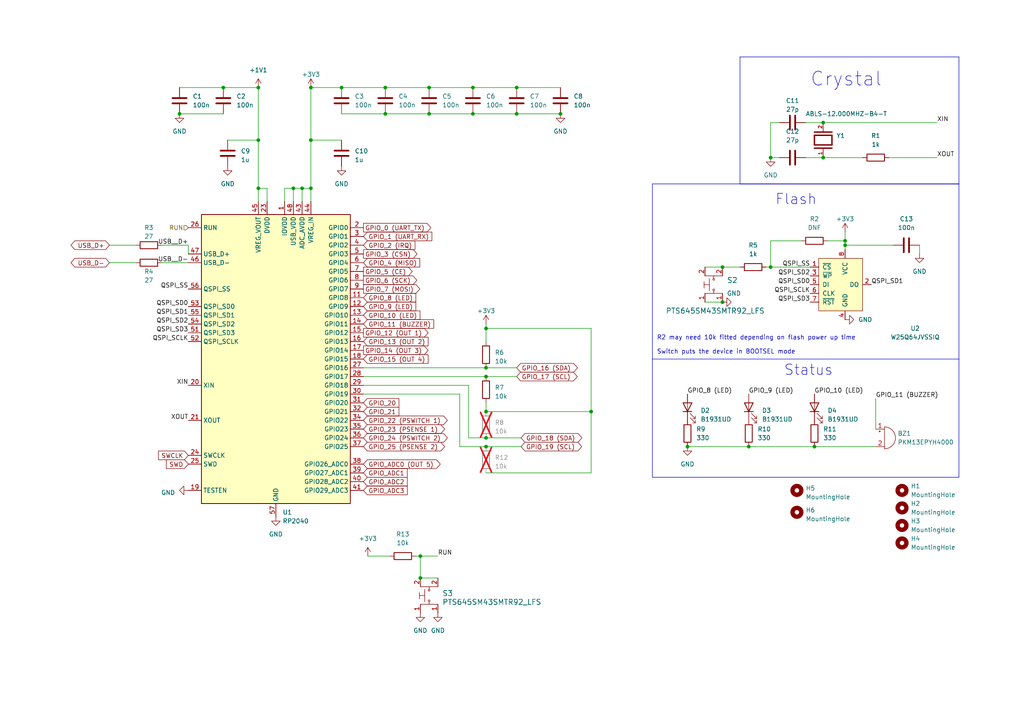
<source format=kicad_sch>
(kicad_sch (version 20230121) (generator eeschema)
  (paper "A4")
  (lib_symbols
    (symbol "+3V3_1" (power) (pin_names (offset 0))
      (property "Value" "+3V3_1" (at 0 3.556 0))
      (symbol "+3V3_1_0_1"
        (polyline (pts (xy -0.762 1.27) (xy 0 2.54)))
        (polyline (pts (xy 0 0) (xy 0 2.54)))
        (polyline (pts (xy 0 2.54) (xy 0.762 1.27)))
      )
      (symbol "+3V3_1_1_1"
        (pin power_in line (at 0 0 90) (length 0) hide (name "+3V3") (number "1"))
      )
    )
    (symbol "+3V3_2" (power) (pin_names (offset 0))
      (property "Value" "+3V3_2" (at 0 3.556 0))
      (symbol "+3V3_2_0_1"
        (polyline (pts (xy -0.762 1.27) (xy 0 2.54)))
        (polyline (pts (xy 0 0) (xy 0 2.54)))
        (polyline (pts (xy 0 2.54) (xy 0.762 1.27)))
      )
      (symbol "+3V3_2_1_1"
        (pin power_in line (at 0 0 90) (length 0) hide (name "+3V3") (number "1"))
      )
    )
    (symbol "ABLS-12.000MHZ-B4-T:ABLS-12.000MHZ-B4-T" (pin_names (offset 1.016))
      (property "Reference" "Y" (at -5.0878 3.8159 0))
      (property "Value" "ABLS-12.000MHZ-B4-T" (at -5.0944 -5.0944 0))
      (symbol "ABLS-12.000MHZ-B4-T_0_0"
        (polyline (pts (xy -2.3368 2.54) (xy -2.3368 -2.54)) (stroke (width 0.4064)))
        (polyline (pts (xy -1.397 2.54) (xy -1.397 -2.54)) (stroke (width 0.4064)))
        (polyline (pts (xy -1.397 2.54) (xy 1.397 2.54)) (stroke (width 0.4064)))
        (polyline (pts (xy 1.397 -2.54) (xy -1.397 -2.54)) (stroke (width 0.4064)))
        (polyline (pts (xy 1.397 2.54) (xy 1.397 -2.54)) (stroke (width 0.4064)))
        (polyline (pts (xy 2.3368 2.54) (xy 2.3368 -2.54)) (stroke (width 0.4064)))
        (pin passive line (at -5.08 0 0) (length 2.54) (name "~") (number "1"))
        (pin passive line (at 5.08 0 180) (length 2.54) (name "~") (number "2"))
      )
    )
    (symbol "Device:Buzzer" (pin_names (offset 0.0254) hide)
      (property "Reference" "BZ" (at 3.81 1.27 0))
      (property "Value" "Buzzer" (at 3.81 -1.27 0))
      (symbol "Buzzer_0_1"
        (arc (start 0 -3.175) (mid 3.1612 0) (end 0 3.175))
        (polyline (pts (xy -1.651 1.905) (xy -1.143 1.905)))
        (polyline (pts (xy -1.397 2.159) (xy -1.397 1.651)))
        (polyline (pts (xy 0 3.175) (xy 0 -3.175)))
      )
      (symbol "Buzzer_1_1"
        (pin passive line (at -2.54 2.54 0) (length 2.54) (name "-") (number "1"))
        (pin passive line (at -2.54 -2.54 0) (length 2.54) (name "+") (number "2"))
      )
    )
    (symbol "Device:C" (pin_numbers hide) (pin_names (offset 0.254))
      (property "Reference" "C" (at 0.635 2.54 0))
      (property "Value" "C" (at 0.635 -2.54 0))
      (symbol "C_0_1"
        (polyline (pts (xy -2.032 -0.762) (xy 2.032 -0.762)) (stroke (width 0.508)))
        (polyline (pts (xy -2.032 0.762) (xy 2.032 0.762)) (stroke (width 0.508)))
      )
      (symbol "C_1_1"
        (pin passive line (at 0 3.81 270) (length 2.794) (name "~") (number "1"))
        (pin passive line (at 0 -3.81 90) (length 2.794) (name "~") (number "2"))
      )
    )
    (symbol "Device:LED" (pin_numbers hide) (pin_names (offset 1.016) hide)
      (property "Reference" "D" (at 0 2.54 0))
      (property "Value" "LED" (at 0 -2.54 0))
      (symbol "LED_0_1"
        (polyline (pts (xy -1.27 -1.27) (xy -1.27 1.27)) (stroke (width 0.254)))
        (polyline (pts (xy -1.27 0) (xy 1.27 0)))
        (polyline (pts (xy 1.27 -1.27) (xy 1.27 1.27) (xy -1.27 0) (xy 1.27 -1.27)) (stroke (width 0.254)))
        (polyline (pts (xy -3.048 -0.762) (xy -4.572 -2.286) (xy -3.81 -2.286) (xy -4.572 -2.286) (xy -4.572 -1.524)))
        (polyline (pts (xy -1.778 -0.762) (xy -3.302 -2.286) (xy -2.54 -2.286) (xy -3.302 -2.286) (xy -3.302 -1.524)))
      )
      (symbol "LED_1_1"
        (pin passive line (at -3.81 0 0) (length 2.54) (name "K") (number "1"))
        (pin passive line (at 3.81 0 180) (length 2.54) (name "A") (number "2"))
      )
    )
    (symbol "Device:R" (pin_numbers hide) (pin_names (offset 0))
      (property "Reference" "R" (at 2.032 0 90))
      (property "Value" "R" (at 0 0 90))
      (symbol "R_0_1"
        (rectangle (start -1.016 -2.54) (end 1.016 2.54) (stroke (width 0.254)))
      )
      (symbol "R_1_1"
        (pin passive line (at 0 3.81 270) (length 1.27) (name "~") (number "1"))
        (pin passive line (at 0 -3.81 90) (length 1.27) (name "~") (number "2"))
      )
    )
    (symbol "GND_2" (power) (pin_names (offset 0))
      (property "Value" "GND_2" (at 0 -3.81 0))
      (symbol "GND_2_0_1"
        (polyline (pts (xy 0 0) (xy 0 -1.27) (xy 1.27 -1.27) (xy 0 -2.54) (xy -1.27 -1.27) (xy 0 -1.27)))
      )
      (symbol "GND_2_1_1"
        (pin power_in line (at 0 0 270) (length 0) hide (name "GND") (number "1"))
      )
    )
    (symbol "MCU_RaspberryPi:RP2040"
      (property "Reference" "U1" (at 2.0194 -44.45 0))
      (property "Value" "RP2040" (at 2.0194 -46.99 0))
      (symbol "RP2040_0_1"
        (rectangle (start -21.59 41.91) (end 21.59 -41.91) (stroke (width 0.254)) (fill (type background)))
      )
      (symbol "RP2040_1_1"
        (pin power_in line (at 2.54 45.72 270) (length 3.81) (name "IOVDD") (number "1"))
        (pin passive line (at 2.54 45.72 270) (length 3.81) hide (name "IOVDD") (number "10"))
        (pin bidirectional line (at 25.4 17.78 180) (length 3.81) (name "GPIO8") (number "11"))
        (pin bidirectional line (at 25.4 15.24 180) (length 3.81) (name "GPIO9") (number "12"))
        (pin bidirectional line (at 25.4 12.7 180) (length 3.81) (name "GPIO10") (number "13"))
        (pin bidirectional line (at 25.4 10.16 180) (length 3.81) (name "GPIO11") (number "14"))
        (pin bidirectional line (at 25.4 7.62 180) (length 3.81) (name "GPIO12") (number "15"))
        (pin bidirectional line (at 25.4 5.08 180) (length 3.81) (name "GPIO13") (number "16"))
        (pin bidirectional line (at 25.4 2.54 180) (length 3.81) (name "GPIO14") (number "17"))
        (pin bidirectional line (at 25.4 0 180) (length 3.81) (name "GPIO15") (number "18"))
        (pin input line (at -25.4 -38.1 0) (length 3.81) (name "TESTEN") (number "19"))
        (pin bidirectional line (at 25.4 38.1 180) (length 3.81) (name "GPIO0") (number "2"))
        (pin input line (at -25.4 -7.62 0) (length 3.81) (name "XIN") (number "20"))
        (pin passive line (at -25.4 -17.78 0) (length 3.81) (name "XOUT") (number "21"))
        (pin passive line (at 2.54 45.72 270) (length 3.81) hide (name "IOVDD") (number "22"))
        (pin power_in line (at -2.54 45.72 270) (length 3.81) (name "DVDD") (number "23"))
        (pin output line (at -25.4 -27.94 0) (length 3.81) (name "SWCLK") (number "24"))
        (pin bidirectional line (at -25.4 -30.48 0) (length 3.81) (name "SWD") (number "25"))
        (pin input line (at -25.4 38.1 0) (length 3.81) (name "RUN") (number "26"))
        (pin bidirectional line (at 25.4 -2.54 180) (length 3.81) (name "GPIO16") (number "27"))
        (pin bidirectional line (at 25.4 -5.08 180) (length 3.81) (name "GPIO17") (number "28"))
        (pin bidirectional line (at 25.4 -7.62 180) (length 3.81) (name "GPIO18") (number "29"))
        (pin bidirectional line (at 25.4 35.56 180) (length 3.81) (name "GPIO1") (number "3"))
        (pin bidirectional line (at 25.4 -10.16 180) (length 3.81) (name "GPIO19") (number "30"))
        (pin bidirectional line (at 25.4 -12.7 180) (length 3.81) (name "GPIO20") (number "31"))
        (pin bidirectional line (at 25.4 -15.24 180) (length 3.81) (name "GPIO21") (number "32"))
        (pin passive line (at 2.54 45.72 270) (length 3.81) hide (name "IOVDD") (number "33"))
        (pin bidirectional line (at 25.4 -17.78 180) (length 3.81) (name "GPIO22") (number "34"))
        (pin bidirectional line (at 25.4 -20.32 180) (length 3.81) (name "GPIO23") (number "35"))
        (pin bidirectional line (at 25.4 -22.86 180) (length 3.81) (name "GPIO24") (number "36"))
        (pin bidirectional line (at 25.4 -25.4 180) (length 3.81) (name "GPIO25") (number "37"))
        (pin bidirectional line (at 25.4 -30.48 180) (length 3.81) (name "GPIO26_ADC0") (number "38"))
        (pin bidirectional line (at 25.4 -33.02 180) (length 3.81) (name "GPIO27_ADC1") (number "39"))
        (pin bidirectional line (at 25.4 33.02 180) (length 3.81) (name "GPIO2") (number "4"))
        (pin bidirectional line (at 25.4 -35.56 180) (length 3.81) (name "GPIO28_ADC2") (number "40"))
        (pin bidirectional line (at 25.4 -38.1 180) (length 3.81) (name "GPIO29_ADC3") (number "41"))
        (pin passive line (at 2.54 45.72 270) (length 3.81) hide (name "IOVDD") (number "42"))
        (pin power_in line (at 7.62 45.72 270) (length 3.81) (name "ADC_AVDD") (number "43"))
        (pin power_in line (at 10.16 45.72 270) (length 3.81) (name "VREG_IN") (number "44"))
        (pin power_out line (at -5.08 45.72 270) (length 3.81) (name "VREG_VOUT") (number "45"))
        (pin bidirectional line (at -25.4 27.94 0) (length 3.81) (name "USB_D-") (number "46"))
        (pin bidirectional line (at -25.4 30.48 0) (length 3.81) (name "USB_D+") (number "47"))
        (pin power_in line (at 5.08 45.72 270) (length 3.81) (name "USB_VDD") (number "48"))
        (pin passive line (at 2.54 45.72 270) (length 3.81) hide (name "IOVDD") (number "49"))
        (pin bidirectional line (at 25.4 30.48 180) (length 3.81) (name "GPIO3") (number "5"))
        (pin passive line (at -2.54 45.72 270) (length 3.81) hide (name "DVDD") (number "50"))
        (pin bidirectional line (at -25.4 7.62 0) (length 3.81) (name "QSPI_SD3") (number "51"))
        (pin output line (at -25.4 5.08 0) (length 3.81) (name "QSPI_SCLK") (number "52"))
        (pin bidirectional line (at -25.4 15.24 0) (length 3.81) (name "QSPI_SD0") (number "53"))
        (pin bidirectional line (at -25.4 10.16 0) (length 3.81) (name "QSPI_SD2") (number "54"))
        (pin bidirectional line (at -25.4 12.7 0) (length 3.81) (name "QSPI_SD1") (number "55"))
        (pin bidirectional line (at -25.4 20.32 0) (length 3.81) (name "QSPI_SS") (number "56"))
        (pin power_in line (at 0 -45.72 90) (length 3.81) (name "GND") (number "57"))
        (pin bidirectional line (at 25.4 27.94 180) (length 3.81) (name "GPIO4") (number "6"))
        (pin bidirectional line (at 25.4 25.4 180) (length 3.81) (name "GPIO5") (number "7"))
        (pin bidirectional line (at 25.4 22.86 180) (length 3.81) (name "GPIO6") (number "8"))
        (pin bidirectional line (at 25.4 20.32 180) (length 3.81) (name "GPIO7") (number "9"))
      )
    )
    (symbol "Mechanical:MountingHole" (pin_names (offset 1.016))
      (property "Reference" "H" (at 0 5.08 0))
      (property "Value" "MountingHole" (at 0 3.175 0))
      (symbol "MountingHole_0_1"
        (circle (center 0 0) (radius 1.27) (stroke (width 1.27)))
      )
    )
    (symbol "PTS645SM43SMTR92_LFS_1" (pin_names (offset 1.016))
      (property "Reference" "S1" (at 1.27 -3.81 90))
      (property "Value" "PTS645SM43SMTR92_LFS" (at -7.62 13.97 90))
      (symbol "PTS645SM43SMTR92_LFS_1_0_1"
        (circle (center -1.524 0) (radius 0.254))
        (polyline (pts (xy -2.54 2.54) (xy -2.54 -2.54)))
        (polyline (pts (xy -1.778 0) (xy -2.54 0)))
        (polyline (pts (xy -1.778 1.27) (xy 1.778 1.27)))
        (polyline (pts (xy 2.54 -2.54) (xy 2.54 2.54)))
        (polyline (pts (xy 2.54 0) (xy 1.778 0)))
        (circle (center 1.524 0) (radius 0.254))
      )
      (symbol "PTS645SM43SMTR92_LFS_1_1_1"
        (polyline (pts (xy -1.016 2.794) (xy 0.889 2.794)))
        (polyline (pts (xy 0 2.794) (xy 0 1.27)))
        (pin passive line (at -5.08 -2.54 0) (length 2.54) (name "~") (number "1"))
        (pin passive line (at -5.08 2.54 0) (length 2.54) (name "~") (number "1"))
        (pin passive line (at 5.08 -2.54 180) (length 2.54) (name "~") (number "2"))
        (pin passive line (at 5.08 2.54 180) (length 2.54) (name "~") (number "2"))
      )
    )
    (symbol "dk_Memory:W25Q32JVSSIQ_TR" (pin_names (offset 1.016))
      (property "Reference" "U" (at -7.62 8.89 0))
      (property "Value" "W25Q32JVSSIQ_TR" (at 1.27 -8.89 0))
      (symbol "W25Q32JVSSIQ_TR_0_1"
        (rectangle (start -7.62 7.62) (end 5.08 -7.62) (fill (type background)))
      )
      (symbol "W25Q32JVSSIQ_TR_1_1"
        (pin input line (at -10.16 5.08 0) (length 2.54) (name "~{CS}") (number "1"))
        (pin output line (at 7.62 0 180) (length 2.54) (name "DO") (number "2"))
        (pin input line (at -10.16 2.54 0) (length 2.54) (name "~{WP}") (number "3"))
        (pin power_in line (at 0 -10.16 90) (length 2.54) (name "GND") (number "4"))
        (pin input line (at -10.16 0 0) (length 2.54) (name "DI") (number "5"))
        (pin input line (at -10.16 -2.54 0) (length 2.54) (name "CLK") (number "6"))
        (pin input line (at -10.16 -5.08 0) (length 2.54) (name "~{RST}") (number "7"))
        (pin power_in line (at 0 10.16 270) (length 2.54) (name "VCC") (number "8"))
      )
    )
    (symbol "dk_Tactile-Switches:PTS645SM43SMTR92_LFS" (pin_names (offset 1.016))
      (property "Reference" "S2" (at 1.27 -3.81 90))
      (property "Value" "PTS645SM43SMTR92_LFS" (at -2.54 -3.81 90))
      (symbol "PTS645SM43SMTR92_LFS_0_1"
        (circle (center -1.524 0) (radius 0.254))
        (polyline (pts (xy -2.54 2.54) (xy -2.54 -2.54)))
        (polyline (pts (xy -1.778 0) (xy -2.54 0)))
        (polyline (pts (xy -1.778 1.27) (xy 1.778 1.27)))
        (polyline (pts (xy 2.54 -2.54) (xy 2.54 2.54)))
        (polyline (pts (xy 2.54 0) (xy 1.778 0)))
        (circle (center 1.524 0) (radius 0.254))
      )
      (symbol "PTS645SM43SMTR92_LFS_1_1"
        (polyline (pts (xy -1.016 2.794) (xy 0.889 2.794)))
        (polyline (pts (xy 0 2.794) (xy 0 1.27)))
        (pin passive line (at -5.08 -2.54 0) (length 2.54) (name "~") (number "1"))
        (pin passive line (at -5.08 2.54 0) (length 2.54) (name "~") (number "1"))
        (pin passive line (at 5.08 -2.54 180) (length 2.54) (name "~") (number "2"))
        (pin passive line (at 5.08 2.54 180) (length 2.54) (name "~") (number "2"))
      )
    )
    (symbol "power:+1V1" (power) (pin_names (offset 0))
      (property "Value" "+1V1" (at 0 3.556 0))
      (symbol "+1V1_0_1"
        (polyline (pts (xy -0.762 1.27) (xy 0 2.54)))
        (polyline (pts (xy 0 0) (xy 0 2.54)))
        (polyline (pts (xy 0 2.54) (xy 0.762 1.27)))
      )
      (symbol "+1V1_1_1"
        (pin power_in line (at 0 0 90) (length 0) hide (name "+1V1") (number "1"))
      )
    )
    (symbol "power:+3V3" (power) (pin_names (offset 0))
      (property "Value" "+3V3" (at 0 3.556 0))
      (symbol "+3V3_0_1"
        (polyline (pts (xy -0.762 1.27) (xy 0 2.54)))
        (polyline (pts (xy 0 0) (xy 0 2.54)))
        (polyline (pts (xy 0 2.54) (xy 0.762 1.27)))
      )
      (symbol "+3V3_1_1"
        (pin power_in line (at 0 0 90) (length 0) hide (name "+3V3") (number "1"))
      )
    )
    (symbol "power:GND" (power) (pin_names (offset 0))
      (property "Value" "GND" (at 0 -3.81 0))
      (symbol "GND_0_1"
        (polyline (pts (xy 0 0) (xy 0 -1.27) (xy 1.27 -1.27) (xy 0 -2.54) (xy -1.27 -1.27) (xy 0 -1.27)))
      )
      (symbol "GND_1_1"
        (pin power_in line (at 0 0 270) (length 0) hide (name "GND") (number "1"))
      )
    )
  )
  (junction (at 245.11 71.12))
  (junction (at 140.97 109.22))
  (junction (at 121.92 167.64))
  (junction (at 149.86 25.4))
  (junction (at 124.46 33.02))
  (junction (at 140.97 95.25))
  (junction (at 74.93 25.4))
  (junction (at 162.56 33.02))
  (junction (at 52.07 33.02))
  (junction (at 245.11 69.85))
  (junction (at 85.09 54.61))
  (junction (at 99.06 25.4))
  (junction (at 140.97 119.38))
  (junction (at 137.16 33.02))
  (junction (at 64.77 25.4))
  (junction (at 140.97 129.54))
  (junction (at 111.76 25.4))
  (junction (at 121.92 161.29))
  (junction (at 90.17 40.64))
  (junction (at 90.17 54.61))
  (junction (at 209.55 77.47))
  (junction (at 111.76 33.02))
  (junction (at 124.46 25.4))
  (junction (at 137.16 25.4))
  (junction (at 140.97 127))
  (junction (at 74.93 54.61))
  (junction (at 236.22 129.54))
  (junction (at 140.97 106.68))
  (junction (at 217.17 129.54))
  (junction (at 171.45 119.38))
  (junction (at 238.76 35.56))
  (junction (at 238.76 45.72))
  (junction (at 87.63 54.61))
  (junction (at 223.52 77.47))
  (junction (at 90.17 25.4))
  (junction (at 149.86 33.02))
  (junction (at 199.39 129.54))
  (junction (at 209.55 87.63))
  (junction (at 74.93 40.64))
  (junction (at 223.52 45.72))
  (wire (pts (xy 140.97 109.22) (xy 105.41 109.22)))
  (wire (pts (xy 74.93 54.61) (xy 74.93 58.42)))
  (wire (pts (xy 217.17 129.54) (xy 236.22 129.54)))
  (wire (pts (xy 121.92 161.29) (xy 127 161.29)))
  (wire (pts (xy 120.65 161.29) (xy 121.92 161.29)))
  (wire (pts (xy 245.11 71.12) (xy 245.11 69.85)))
  (wire (pts (xy 52.07 33.02) (xy 64.77 33.02)))
  (wire (pts (xy 74.93 54.61) (xy 74.93 40.64)))
  (wire (pts (xy 64.77 25.4) (xy 74.93 25.4)))
  (polyline (pts (xy 189.23 53.34) (xy 278.13 53.34)))
  (wire (pts (xy 209.55 77.47) (xy 214.63 77.47)))
  (wire (pts (xy 82.55 54.61) (xy 82.55 58.42)))
  (wire (pts (xy 240.03 69.85) (xy 245.11 69.85)))
  (wire (pts (xy 90.17 54.61) (xy 90.17 40.64)))
  (wire (pts (xy 111.76 33.02) (xy 124.46 33.02)))
  (wire (pts (xy 121.92 161.29) (xy 121.92 167.64)))
  (polyline (pts (xy 189.23 104.14) (xy 278.13 104.14)))
  (wire (pts (xy 259.08 71.12) (xy 245.11 71.12)))
  (wire (pts (xy 140.97 106.68) (xy 105.41 106.68)))
  (wire (pts (xy 245.11 71.12) (xy 245.11 72.39)))
  (wire (pts (xy 149.86 109.22) (xy 140.97 109.22)))
  (wire (pts (xy 124.46 33.02) (xy 137.16 33.02)))
  (wire (pts (xy 135.89 111.76) (xy 135.89 127)))
  (wire (pts (xy 266.7 71.12) (xy 266.7 73.66)))
  (wire (pts (xy 90.17 40.64) (xy 90.17 25.4)))
  (wire (pts (xy 140.97 127) (xy 151.13 127)))
  (wire (pts (xy 137.16 25.4) (xy 149.86 25.4)))
  (wire (pts (xy 223.52 69.85) (xy 223.52 77.47)))
  (wire (pts (xy 99.06 25.4) (xy 111.76 25.4)))
  (wire (pts (xy 52.07 25.4) (xy 64.77 25.4)))
  (wire (pts (xy 171.45 119.38) (xy 171.45 95.25)))
  (wire (pts (xy 149.86 106.68) (xy 140.97 106.68)))
  (wire (pts (xy 171.45 95.25) (xy 140.97 95.25)))
  (wire (pts (xy 223.52 69.85) (xy 232.41 69.85)))
  (polyline (pts (xy 189.23 138.43) (xy 278.13 138.43)))
  (wire (pts (xy 236.22 129.54) (xy 254 129.54)))
  (wire (pts (xy 233.68 45.72) (xy 238.76 45.72)))
  (polyline (pts (xy 214.63 16.51) (xy 214.63 53.34)))
  (wire (pts (xy 199.39 129.54) (xy 217.17 129.54)))
  (wire (pts (xy 106.68 161.29) (xy 113.03 161.29)))
  (polyline (pts (xy 214.63 53.34) (xy 278.13 53.34)))
  (wire (pts (xy 222.25 77.47) (xy 223.52 77.47)))
  (wire (pts (xy 257.81 45.72) (xy 271.78 45.72)))
  (wire (pts (xy 223.52 77.47) (xy 234.95 77.47)))
  (wire (pts (xy 90.17 25.4) (xy 99.06 25.4)))
  (wire (pts (xy 135.89 127) (xy 140.97 127)))
  (wire (pts (xy 204.47 87.63) (xy 209.55 87.63)))
  (wire (pts (xy 54.61 71.12) (xy 46.99 71.12)))
  (wire (pts (xy 140.97 137.16) (xy 171.45 137.16)))
  (wire (pts (xy 223.52 45.72) (xy 223.52 35.56)))
  (wire (pts (xy 233.68 35.56) (xy 238.76 35.56)))
  (wire (pts (xy 77.47 54.61) (xy 74.93 54.61)))
  (wire (pts (xy 149.86 33.02) (xy 162.56 33.02)))
  (wire (pts (xy 105.41 114.3) (xy 133.35 114.3)))
  (wire (pts (xy 99.06 33.02) (xy 111.76 33.02)))
  (wire (pts (xy 90.17 58.42) (xy 90.17 54.61)))
  (wire (pts (xy 140.97 95.25) (xy 140.97 99.06)))
  (wire (pts (xy 90.17 40.64) (xy 99.06 40.64)))
  (wire (pts (xy 87.63 54.61) (xy 85.09 54.61)))
  (wire (pts (xy 121.92 167.64) (xy 127 167.64)))
  (polyline (pts (xy 189.23 104.14) (xy 189.23 138.43)))
  (wire (pts (xy 74.93 40.64) (xy 74.93 25.4)))
  (polyline (pts (xy 278.13 104.14) (xy 278.13 53.34)))
  (polyline (pts (xy 278.13 53.34) (xy 278.13 16.51)))
  (wire (pts (xy 46.99 76.2) (xy 54.61 76.2)))
  (wire (pts (xy 85.09 54.61) (xy 82.55 54.61)))
  (wire (pts (xy 140.97 129.54) (xy 151.13 129.54)))
  (wire (pts (xy 149.86 25.4) (xy 162.56 25.4)))
  (polyline (pts (xy 214.63 16.51) (xy 278.13 16.51)))
  (wire (pts (xy 254 115.57) (xy 254 124.46)))
  (wire (pts (xy 133.35 129.54) (xy 140.97 129.54)))
  (wire (pts (xy 140.97 119.38) (xy 171.45 119.38)))
  (wire (pts (xy 204.47 77.47) (xy 209.55 77.47)))
  (wire (pts (xy 238.76 35.56) (xy 271.78 35.56)))
  (wire (pts (xy 171.45 137.16) (xy 171.45 119.38)))
  (wire (pts (xy 140.97 93.98) (xy 140.97 95.25)))
  (wire (pts (xy 140.97 116.84) (xy 140.97 119.38)))
  (wire (pts (xy 124.46 25.4) (xy 137.16 25.4)))
  (wire (pts (xy 85.09 54.61) (xy 85.09 58.42)))
  (wire (pts (xy 66.04 40.64) (xy 74.93 40.64)))
  (wire (pts (xy 31.75 71.12) (xy 39.37 71.12)))
  (wire (pts (xy 245.11 67.31) (xy 245.11 69.85)))
  (wire (pts (xy 31.75 76.2) (xy 39.37 76.2)))
  (wire (pts (xy 77.47 58.42) (xy 77.47 54.61)))
  (wire (pts (xy 223.52 35.56) (xy 226.06 35.56)))
  (wire (pts (xy 87.63 54.61) (xy 87.63 58.42)))
  (wire (pts (xy 133.35 114.3) (xy 133.35 129.54)))
  (wire (pts (xy 111.76 25.4) (xy 124.46 25.4)))
  (wire (pts (xy 105.41 111.76) (xy 135.89 111.76)))
  (polyline (pts (xy 189.23 53.34) (xy 189.23 104.14)))
  (wire (pts (xy 238.76 45.72) (xy 250.19 45.72)))
  (wire (pts (xy 54.61 73.66) (xy 54.61 71.12)))
  (wire (pts (xy 226.06 45.72) (xy 223.52 45.72)))
  (wire (pts (xy 90.17 54.61) (xy 87.63 54.61)))
  (polyline (pts (xy 278.13 104.14) (xy 278.13 138.43)))
  (wire (pts (xy 137.16 33.02) (xy 149.86 33.02)))
  (text "R2 may need 10k fitted depending on flash power up time\n\nSwitch puts the device in BOOTSEL mode" (at 190.5 102.87 0) (effects (font (size 1.27 1.27)) (justify left bottom)))
  (text "Flash" (at 224.79 59.69 0) (effects (font (size 3 3)) (justify left bottom)))
  (text "Crystal" (at 234.95 25.4 0) (effects (font (size 4 4)) (justify left bottom)))
  (text "Status\n" (at 227.33 109.22 0) (effects (font (size 3 3)) (justify left bottom)))
  (label "GPIO_11 (BUZZER)" (at 254 115.57 0))
  (label "QSPI_SS" (at 234.95 77.47 180))
  (label "QSPI_SD2" (at 54.61 93.98 180))
  (label "USB__D-" (at 54.61 76.2 180))
  (label "QSPI_SS" (at 54.61 83.82 180))
  (label "QSPI_SD1" (at 252.73 82.55 0))
  (label "QSPI_SD1" (at 54.61 91.44 180))
  (label "GPIO_8 (LED)" (at 199.39 114.3 0))
  (label "QSPI_SD2" (at 234.95 80.01 180))
  (label "USB__D+" (at 54.61 71.12 180))
  (label "GPIO_10 (LED)" (at 236.22 114.3 0))
  (label "QSPI_SD3" (at 234.95 87.63 180))
  (label "QSPI_SCLK" (at 54.61 99.06 180))
  (label "QSPI_SCLK" (at 234.95 85.09 180))
  (label "QSPI_SD0" (at 234.95 82.55 180))
  (label "XOUT" (at 271.78 45.72 0))
  (label "XOUT" (at 54.61 121.92 180))
  (label "GPIO_9 (LED)" (at 217.17 114.3 0))
  (label "QSPI_SD3" (at 54.61 96.52 180))
  (label "QSPI_SD0" (at 54.61 88.9 180))
  (label "XIN" (at 271.78 35.56 0))
  (label "XIN" (at 54.61 111.76 180))
  (label "RUN" (at 127 161.29 0))
  (global_label "USB_D-" (shape bidirectional) (at 31.75 76.2 180) (property "Intersheetrefs" "${INTERSHEET_REFS}" (effects hide)))
  (global_label "GPIO_10 (LED)" (shape input) (at 105.41 91.44 0) (property "Intersheetrefs" "${INTERSHEET_REFS}" (effects hide)))
  (global_label "GPIO_6 (SCK)" (shape output) (at 105.41 81.28 0) (property "Intersheetrefs" "${INTERSHEET_REFS}" (effects hide)))
  (global_label "GPIO_18 (SDA)" (shape bidirectional) (at 151.13 127 0) (property "Intersheetrefs" "${INTERSHEET_REFS}" (effects hide)))
  (global_label "GPIO_ADC0 (OUT 5)" (shape bidirectional) (at 105.41 134.62 0) (property "Intersheetrefs" "${INTERSHEET_REFS}" (effects hide)))
  (global_label "GPIO_14 (OUT 3)" (shape output) (at 105.41 101.6 0) (property "Intersheetrefs" "${INTERSHEET_REFS}" (effects hide)))
  (global_label "GPIO_22 (PSWITCH 1)" (shape bidirectional) (at 105.41 121.92 0) (property "Intersheetrefs" "${INTERSHEET_REFS}" (effects hide)))
  (global_label "GPIO_24 (PSWITCH 2)" (shape bidirectional) (at 105.41 127 0) (property "Intersheetrefs" "${INTERSHEET_REFS}" (effects hide)))
  (global_label "GPIO_ADC1" (shape input) (at 105.41 137.16 0) (property "Intersheetrefs" "${INTERSHEET_REFS}" (effects hide)))
  (global_label "GPIO_0 (UART_TX)" (shape output) (at 105.41 66.04 0) (property "Intersheetrefs" "${INTERSHEET_REFS}" (effects hide)))
  (global_label "GPIO_9 (LED)" (shape input) (at 105.41 88.9 0) (property "Intersheetrefs" "${INTERSHEET_REFS}" (effects hide)))
  (global_label "GPIO_15 (OUT 4)" (shape input) (at 105.41 104.14 0) (property "Intersheetrefs" "${INTERSHEET_REFS}" (effects hide)))
  (global_label "GPIO_21" (shape input) (at 105.41 119.38 0) (property "Intersheetrefs" "${INTERSHEET_REFS}" (effects hide)))
  (global_label "SWD" (shape input) (at 54.61 134.62 180) (property "Intersheetrefs" "${INTERSHEET_REFS}" (effects hide)))
  (global_label "GPIO_13 (OUT 2)" (shape input) (at 105.41 99.06 0) (property "Intersheetrefs" "${INTERSHEET_REFS}" (effects hide)))
  (global_label "GPIO_5 (CE)" (shape output) (at 105.41 78.74 0) (property "Intersheetrefs" "${INTERSHEET_REFS}" (effects hide)))
  (global_label "GPIO_7 (MOSI)" (shape output) (at 105.41 83.82 0) (property "Intersheetrefs" "${INTERSHEET_REFS}" (effects hide)))
  (global_label "GPIO_25 (PSENSE 2)" (shape bidirectional) (at 105.41 129.54 0) (property "Intersheetrefs" "${INTERSHEET_REFS}" (effects hide)))
  (global_label "USB_D+" (shape bidirectional) (at 31.75 71.12 180) (property "Intersheetrefs" "${INTERSHEET_REFS}" (effects hide)))
  (global_label "GPIO_8 (LED)" (shape input) (at 105.41 86.36 0) (property "Intersheetrefs" "${INTERSHEET_REFS}" (effects hide)))
  (global_label "GPIO_3 (CSN)" (shape output) (at 105.41 73.66 0) (property "Intersheetrefs" "${INTERSHEET_REFS}" (effects hide)))
  (global_label "GPIO_16 (SDA)" (shape bidirectional) (at 149.86 106.68 0) (property "Intersheetrefs" "${INTERSHEET_REFS}" (effects hide)))
  (global_label "GPIO_1 (UART_RX)" (shape input) (at 105.41 68.58 0) (property "Intersheetrefs" "${INTERSHEET_REFS}" (effects hide)))
  (global_label "SWCLK" (shape input) (at 54.61 132.08 180) (property "Intersheetrefs" "${INTERSHEET_REFS}" (effects hide)))
  (global_label "GPIO_ADC3" (shape input) (at 105.41 142.24 0) (property "Intersheetrefs" "${INTERSHEET_REFS}" (effects hide)))
  (global_label "GPIO_11 (BUZZER)" (shape input) (at 105.41 93.98 0) (property "Intersheetrefs" "${INTERSHEET_REFS}" (effects hide)))
  (global_label "GPIO_23 (PSENSE 1)" (shape bidirectional) (at 105.41 124.46 0) (property "Intersheetrefs" "${INTERSHEET_REFS}" (effects hide)))
  (global_label "GPIO_2 (IRQ)" (shape input) (at 105.41 71.12 0) (property "Intersheetrefs" "${INTERSHEET_REFS}" (effects hide)))
  (global_label "GPIO_17 (SCL)" (shape bidirectional) (at 149.86 109.22 0) (property "Intersheetrefs" "${INTERSHEET_REFS}" (effects hide)))
  (global_label "GPIO_12 (OUT 1)" (shape output) (at 105.41 96.52 0) (property "Intersheetrefs" "${INTERSHEET_REFS}" (effects hide)))
  (global_label "GPIO_ADC2" (shape input) (at 105.41 139.7 0) (property "Intersheetrefs" "${INTERSHEET_REFS}" (effects hide)))
  (global_label "GPIO_19 (SCL)" (shape bidirectional) (at 151.13 129.54 0) (property "Intersheetrefs" "${INTERSHEET_REFS}" (effects hide)))
  (global_label "GPIO_20" (shape input) (at 105.41 116.84 0) (property "Intersheetrefs" "${INTERSHEET_REFS}" (effects hide)))
  (global_label "GPIO_4 (MISO)" (shape input) (at 105.41 76.2 0) (property "Intersheetrefs" "${INTERSHEET_REFS}" (effects hide)))
  (hierarchical_label "RUN" (shape input) (at 54.61 66.04 180))
  (symbol (lib_id "Device:R") (at 140.97 133.35 0) (unit 1) (dnp yes)
    (property "Reference" "R12" (at 143.51 132.715 0) (effects (justify left)))
    (property "Value" "10k" (at 143.51 135.255 0) (effects (justify left)))
    (property "Footprint" "Resistor_SMD:R_0603_1608Metric" (effects hide))
  )
  (symbol (lib_name "GND_2") (lib_id "power:GND") (at 80.01 149.86 0) (unit 1)
    (property "Reference" "#PWR015" (effects hide))
    (property "Value" "GND" (at 80.01 154.94 0))
  )
  (symbol (lib_id "power:GND") (at 266.7 73.66 0) (unit 1)
    (property "Reference" "#PWR09" (effects hide))
    (property "Value" "GND" (at 266.7 78.74 0))
  )
  (symbol (lib_id "Device:C") (at 99.06 29.21 0) (unit 1)
    (property "Reference" "C3" (at 102.87 27.9399 0) (effects (justify left)))
    (property "Value" "100n" (at 102.87 30.4799 0) (effects (justify left)))
    (property "Footprint" "Capacitor_SMD:C_0603_1608Metric" (effects hide))
  )
  (symbol (lib_id "power:+3V3") (at 245.11 67.31 0) (unit 1)
    (property "Reference" "#PWR08" (effects hide))
    (property "Value" "+3V3" (at 245.11 63.5 0))
  )
  (symbol (lib_id "Mechanical:MountingHole") (at 231.14 148.59 0) (unit 1)
    (property "Reference" "H6" (at 233.68 147.955 0) (effects (justify left)))
    (property "Value" "MountingHole" (at 233.68 150.495 0) (effects (justify left)))
    (property "Footprint" "MountingHole:MountingHole_1.1mm_M1_Pad" (effects hide))
  )
  (symbol (lib_id "Device:R") (at 116.84 161.29 90) (unit 1)
    (property "Reference" "R13" (at 116.84 154.94 90))
    (property "Value" "10k" (at 116.84 157.48 90))
    (property "Footprint" "Resistor_SMD:R_0603_1608Metric" (effects hide))
  )
  (symbol (lib_id "power:GND") (at 199.39 129.54 0) (unit 1)
    (property "Reference" "#PWR013" (effects hide))
    (property "Value" "GND" (at 199.39 134.62 0))
  )
  (symbol (lib_id "MCU_RaspberryPi:RP2040") (at 80.01 104.14 0) (unit 1)
    (property "Reference" "U1" (at 81.9659 148.59 0) (effects (justify left)))
    (property "Value" "RP2040" (at 81.9659 151.13 0) (effects (justify left)))
    (property "Footprint" "Package_DFN_QFN:QFN-56-1EP_7x7mm_P0.4mm_EP3.2x3.2mm" (effects hide))
    (property "Datasheet" "https://datasheets.raspberrypi.com/rp2040/rp2040-datasheet.pdf" (effects hide))
  )
  (symbol (lib_name "GND_2") (lib_id "power:GND") (at 54.61 142.24 270) (unit 1)
    (property "Reference" "#PWR014" (effects hide))
    (property "Value" "GND" (at 50.8 142.875 90) (effects (justify right)))
  )
  (symbol (lib_id "Mechanical:MountingHole") (at 261.62 152.4 0) (unit 1)
    (property "Reference" "H3" (at 264.16 151.1299 0) (effects (justify left)))
    (property "Value" "MountingHole" (at 264.16 153.6699 0) (effects (justify left)))
    (property "Footprint" "MountingHole:MountingHole_3.2mm_M3_Pad_Via" (effects hide))
  )
  (symbol (lib_id "Device:C") (at 64.77 29.21 0) (unit 1)
    (property "Reference" "C2" (at 68.58 27.9399 0) (effects (justify left)))
    (property "Value" "100n" (at 68.58 30.4799 0) (effects (justify left)))
    (property "Footprint" "Capacitor_SMD:C_0603_1608Metric" (effects hide))
  )
  (symbol (lib_id "Device:C") (at 137.16 29.21 0) (unit 1)
    (property "Reference" "C6" (at 140.97 27.9399 0) (effects (justify left)))
    (property "Value" "100n" (at 140.97 30.4799 0) (effects (justify left)))
    (property "Footprint" "Capacitor_SMD:C_0603_1608Metric" (effects hide))
  )
  (symbol (lib_id "Device:R") (at 43.18 71.12 90) (unit 1)
    (property "Reference" "R3" (at 43.18 66.04 90))
    (property "Value" "27" (at 43.18 68.58 90))
    (property "Footprint" "Resistor_SMD:R_0603_1608Metric" (effects hide))
  )
  (symbol (lib_id "Device:R") (at 140.97 102.87 0) (unit 1)
    (property "Reference" "R6" (at 143.51 102.235 0) (effects (justify left)))
    (property "Value" "10k" (at 143.51 104.775 0) (effects (justify left)))
    (property "Footprint" "Resistor_SMD:R_0603_1608Metric" (effects hide))
  )
  (symbol (lib_id "Mechanical:MountingHole") (at 261.62 147.32 0) (unit 1)
    (property "Reference" "H2" (at 264.16 146.0499 0) (effects (justify left)))
    (property "Value" "MountingHole" (at 264.16 148.5899 0) (effects (justify left)))
    (property "Footprint" "MountingHole:MountingHole_3.2mm_M3_Pad_Via" (effects hide))
  )
  (symbol (lib_id "Device:LED") (at 199.39 118.11 90) (unit 1)
    (property "Reference" "D2" (at 203.2 119.0625 90) (effects (justify right)))
    (property "Value" "B1931UD" (at 203.2 121.6025 90) (effects (justify right)))
    (property "Footprint" "LED_SMD:LED_0603_1608Metric" (effects hide))
  )
  (symbol (lib_id "Device:LED") (at 217.17 118.11 90) (unit 1)
    (property "Reference" "D3" (at 220.98 119.0625 90) (effects (justify right)))
    (property "Value" "B1931UD" (at 220.98 121.6025 90) (effects (justify right)))
    (property "Footprint" "LED_SMD:LED_0603_1608Metric" (effects hide))
  )
  (symbol (lib_id "Device:LED") (at 236.22 118.11 90) (unit 1)
    (property "Reference" "D4" (at 240.03 119.0625 90) (effects (justify right)))
    (property "Value" "B1931UD" (at 240.03 121.6025 90) (effects (justify right)))
    (property "Footprint" "LED_SMD:LED_0603_1608Metric" (effects hide))
  )
  (symbol (lib_id "Device:R") (at 43.18 76.2 90) (unit 1)
    (property "Reference" "R4" (at 43.18 78.74 90))
    (property "Value" "27" (at 43.18 81.28 90))
    (property "Footprint" "Resistor_SMD:R_0603_1608Metric" (effects hide))
  )
  (symbol (lib_name "PTS645SM43SMTR92_LFS_1") (lib_id "dk_Tactile-Switches:PTS645SM43SMTR92_LFS") (at 207.01 82.55 90) (unit 1)
    (property "Reference" "S2" (at 210.82 81.28 90) (effects (font (size 1.524 1.524)) (justify right)))
    (property "Value" "PTS645SM43SMTR92_LFS" (at 193.04 90.17 90) (effects (font (size 1.524 1.524)) (justify right)))
    (property "Footprint" "Button_Switch_SMD:SW_Push_1P1T_NO_6x6mm_H9.5mm" (effects hide))
    (property "Datasheet" "https://www.ckswitches.com/media/1471/pts645.pdf" (effects hide))
    (property "Digi-Key_PN" "CKN9112CT-ND" (effects hide))
    (property "MPN" "PTS645SM43SMTR92 LFS" (effects hide))
    (property "Category" "Switches" (effects hide))
    (property "Family" "Tactile Switches" (effects hide))
    (property "DK_Datasheet_Link" "https://www.ckswitches.com/media/1471/pts645.pdf" (effects hide))
    (property "DK_Detail_Page" "/product-detail/en/c-k/PTS645SM43SMTR92-LFS/CKN9112CT-ND/1146934" (effects hide))
    (property "Description" "SWITCH TACTILE SPST-NO 0.05A 12V" (effects hide))
    (property "Manufacturer" "C&K" (effects hide))
    (property "Status" "Active" (effects hide))
  )
  (symbol (lib_id "Device:R") (at 140.97 113.03 0) (unit 1)
    (property "Reference" "R7" (at 143.51 112.395 0) (effects (justify left)))
    (property "Value" "10k" (at 143.51 114.935 0) (effects (justify left)))
    (property "Footprint" "Resistor_SMD:R_0603_1608Metric" (effects hide))
  )
  (symbol (lib_id "Device:C") (at 111.76 29.21 0) (unit 1)
    (property "Reference" "C4" (at 115.57 27.9399 0) (effects (justify left)))
    (property "Value" "100n" (at 115.57 30.4799 0) (effects (justify left)))
    (property "Footprint" "Capacitor_SMD:C_0603_1608Metric" (effects hide))
  )
  (symbol (lib_id "Device:R") (at 254 45.72 90) (unit 1)
    (property "Reference" "R1" (at 254 39.37 90))
    (property "Value" "1k" (at 254 41.91 90))
    (property "Footprint" "Resistor_SMD:R_0603_1608Metric" (effects hide))
  )
  (symbol (lib_id "Mechanical:MountingHole") (at 231.14 142.24 0) (unit 1)
    (property "Reference" "H5" (at 233.68 141.605 0) (effects (justify left)))
    (property "Value" "MountingHole" (at 233.68 144.145 0) (effects (justify left)))
    (property "Footprint" "MountingHole:MountingHole_1.1mm_M1_Pad" (effects hide))
  )
  (symbol (lib_id "Device:R") (at 140.97 123.19 0) (unit 1) (dnp yes)
    (property "Reference" "R8" (at 143.51 122.555 0) (effects (justify left)))
    (property "Value" "10k" (at 143.51 125.095 0) (effects (justify left)))
    (property "Footprint" "Resistor_SMD:R_0603_1608Metric" (effects hide))
  )
  (symbol (lib_id "dk_Tactile-Switches:PTS645SM43SMTR92_LFS") (at 124.46 172.72 90) (unit 1)
    (property "Reference" "S3" (at 128.27 172.085 90) (effects (font (size 1.524 1.524)) (justify right)))
    (property "Value" "PTS645SM43SMTR92_LFS" (at 128.27 174.625 90) (effects (font (size 1.524 1.524)) (justify right)))
    (property "Footprint" "Button_Switch_SMD:SW_Push_1P1T_NO_6x6mm_H9.5mm" (effects hide))
    (property "Datasheet" "https://www.ckswitches.com/media/1471/pts645.pdf" (effects hide))
    (property "Digi-Key_PN" "CKN9112CT-ND" (effects hide))
    (property "MPN" "PTS645SM43SMTR92 LFS" (effects hide))
    (property "Category" "Switches" (effects hide))
    (property "Family" "Tactile Switches" (effects hide))
    (property "DK_Datasheet_Link" "https://www.ckswitches.com/media/1471/pts645.pdf" (effects hide))
    (property "DK_Detail_Page" "/product-detail/en/c-k/PTS645SM43SMTR92-LFS/CKN9112CT-ND/1146934" (effects hide))
    (property "Description" "SWITCH TACTILE SPST-NO 0.05A 12V" (effects hide))
    (property "Manufacturer" "C&K" (effects hide))
    (property "Status" "Active" (effects hide))
  )
  (symbol (lib_id "Device:R") (at 199.39 125.73 0) (unit 1)
    (property "Reference" "R9" (at 201.93 124.4599 0) (effects (justify left)))
    (property "Value" "330" (at 201.93 126.9999 0) (effects (justify left)))
    (property "Footprint" "Resistor_SMD:R_0603_1608Metric" (effects hide))
  )
  (symbol (lib_id "power:GND") (at 223.52 45.72 0) (unit 1)
    (property "Reference" "#PWR05" (effects hide))
    (property "Value" "GND" (at 223.52 50.8 0))
  )
  (symbol (lib_id "Device:R") (at 218.44 77.47 90) (unit 1)
    (property "Reference" "R5" (at 218.44 71.12 90))
    (property "Value" "1k" (at 218.44 73.66 90))
    (property "Footprint" "Resistor_SMD:R_0603_1608Metric" (effects hide))
  )
  (symbol (lib_id "power:GND") (at 162.56 33.02 0) (unit 1)
    (property "Reference" "#PWR04" (effects hide))
    (property "Value" "GND" (at 162.56 38.1 0))
  )
  (symbol (lib_name "GND_2") (lib_id "power:GND") (at 99.06 48.26 0) (unit 1)
    (property "Reference" "#PWR07" (effects hide))
    (property "Value" "GND" (at 99.06 53.34 0))
  )
  (symbol (lib_id "Mechanical:MountingHole") (at 261.62 142.24 0) (unit 1)
    (property "Reference" "H1" (at 264.16 140.9699 0) (effects (justify left)))
    (property "Value" "MountingHole" (at 264.16 143.5099 0) (effects (justify left)))
    (property "Footprint" "MountingHole:MountingHole_3.2mm_M3_Pad_Via" (effects hide))
  )
  (symbol (lib_id "Device:C") (at 124.46 29.21 0) (unit 1)
    (property "Reference" "C5" (at 128.27 27.9399 0) (effects (justify left)))
    (property "Value" "100n" (at 128.27 30.4799 0) (effects (justify left)))
    (property "Footprint" "Capacitor_SMD:C_0603_1608Metric" (effects hide))
  )
  (symbol (lib_id "power:GND") (at 52.07 33.02 0) (unit 1)
    (property "Reference" "#PWR03" (effects hide))
    (property "Value" "GND" (at 52.07 38.1 0))
  )
  (symbol (lib_id "Device:C") (at 262.89 71.12 90) (unit 1)
    (property "Reference" "C13" (at 262.89 63.5 90))
    (property "Value" "100n" (at 262.89 66.04 90))
    (property "Footprint" "Capacitor_SMD:C_0603_1608Metric" (effects hide))
  )
  (symbol (lib_id "Device:C") (at 162.56 29.21 0) (unit 1)
    (property "Reference" "C8" (at 166.37 27.9399 0) (effects (justify left)))
    (property "Value" "100n" (at 166.37 30.4799 0) (effects (justify left)))
    (property "Footprint" "Capacitor_SMD:C_0603_1608Metric" (effects hide))
  )
  (symbol (lib_id "Device:C") (at 66.04 44.45 0) (unit 1)
    (property "Reference" "C9" (at 69.85 43.815 0) (effects (justify left)))
    (property "Value" "1u" (at 69.85 46.355 0) (effects (justify left)))
    (property "Footprint" "Capacitor_SMD:C_0603_1608Metric" (effects hide))
  )
  (symbol (lib_id "power:+1V1") (at 74.93 25.4 0) (unit 1)
    (property "Reference" "#PWR01" (effects hide))
    (property "Value" "+1V1" (at 74.93 20.32 0))
  )
  (symbol (lib_id "Device:R") (at 236.22 125.73 0) (unit 1)
    (property "Reference" "R11" (at 238.76 124.4599 0) (effects (justify left)))
    (property "Value" "330" (at 238.76 126.9999 0) (effects (justify left)))
    (property "Footprint" "Resistor_SMD:R_0603_1608Metric" (effects hide))
  )
  (symbol (lib_id "Device:C") (at 229.87 45.72 270) (unit 1)
    (property "Reference" "C12" (at 229.87 38.1 90))
    (property "Value" "27p" (at 229.87 40.64 90))
    (property "Footprint" "Capacitor_SMD:C_0603_1608Metric" (effects hide))
  )
  (symbol (lib_id "Device:C") (at 52.07 29.21 0) (unit 1)
    (property "Reference" "C1" (at 55.88 27.9399 0) (effects (justify left)))
    (property "Value" "100n" (at 55.88 30.4799 0) (effects (justify left)))
    (property "Footprint" "Capacitor_SMD:C_0603_1608Metric" (effects hide))
  )
  (symbol (lib_id "power:GND") (at 121.92 177.8 0) (unit 1)
    (property "Reference" "#PWR017" (effects hide))
    (property "Value" "GND" (at 121.92 182.88 0))
  )
  (symbol (lib_id "Device:Buzzer") (at 256.54 127 0) (unit 1)
    (property "Reference" "BZ1" (at 260.35 125.7299 0) (effects (justify left)))
    (property "Value" "PKM13EPYH4000" (at 260.35 128.2699 0) (effects (justify left)))
    (property "Footprint" "Buzzer_Beeper:PKM13EPYH4000" (effects hide))
  )
  (symbol (lib_id "Mechanical:MountingHole") (at 261.62 157.48 0) (unit 1)
    (property "Reference" "H4" (at 264.16 156.2099 0) (effects (justify left)))
    (property "Value" "MountingHole" (at 264.16 158.7499 0) (effects (justify left)))
    (property "Footprint" "MountingHole:MountingHole_3.2mm_M3_Pad_Via" (effects hide))
  )
  (symbol (lib_id "power:GND") (at 66.04 48.26 0) (unit 1)
    (property "Reference" "#PWR06" (effects hide))
    (property "Value" "GND" (at 66.04 53.34 0))
  )
  (symbol (lib_name "+3V3_2") (lib_id "power:+3V3") (at 140.97 93.98 0) (unit 1)
    (property "Reference" "#PWR012" (effects hide))
    (property "Value" "+3V3" (at 140.97 90.17 0))
  )
  (symbol (lib_id "power:GND") (at 245.11 92.71 90) (unit 1)
    (property "Reference" "#PWR011" (effects hide))
    (property "Value" "GND" (at 248.92 92.7099 90) (effects (justify right)))
  )
  (symbol (lib_id "Device:C") (at 99.06 44.45 0) (unit 1)
    (property "Reference" "C10" (at 102.87 43.815 0) (effects (justify left)))
    (property "Value" "1u" (at 102.87 46.355 0) (effects (justify left)))
    (property "Footprint" "Capacitor_SMD:C_0603_1608Metric" (effects hide))
  )
  (symbol (lib_id "dk_Memory:W25Q32JVSSIQ_TR") (at 245.11 82.55 0) (unit 1)
    (property "Reference" "U2" (at 265.43 95.25 0))
    (property "Value" "W25Q64JVSSIQ" (at 265.43 97.79 0))
    (property "Footprint" "Package_SO:SOIC-8_5.23x5.23mm_P1.27mm" (effects hide))
    (property "Datasheet" "http://www.winbond.com/resource-files/w25q32jv%20revg%2003272018%20plus.pdf" (effects hide))
    (property "Digi-Key_PN" "W25Q32JVSSIQCT-ND" (effects hide))
    (property "MPN" "W25Q32JVSSIQ TR" (effects hide))
    (property "Category" "Integrated Circuits (ICs)" (effects hide))
    (property "Family" "Memory" (effects hide))
    (property "DK_Datasheet_Link" "http://www.winbond.com/resource-files/w25q32jv%20revg%2003272018%20plus.pdf" (effects hide))
    (property "DK_Detail_Page" "/product-detail/en/winbond-electronics/W25Q32JVSSIQ-TR/W25Q32JVSSIQCT-ND/7393546" (effects hide))
    (property "Description" "IC FLASH 32M SPI 133MHZ 8SOIC" (effects hide))
    (property "Manufacturer" "Winbond Electronics" (effects hide))
    (property "Status" "Active" (effects hide))
  )
  (symbol (lib_id "power:+3V3") (at 106.68 161.29 0) (unit 1)
    (property "Reference" "#PWR016" (effects hide))
    (property "Value" "+3V3" (at 106.68 156.21 0))
  )
  (symbol (lib_id "Device:R") (at 236.22 69.85 90) (unit 1)
    (property "Reference" "R2" (at 236.22 63.5 90))
    (property "Value" "DNF" (at 236.22 66.04 90))
    (property "Footprint" "Resistor_SMD:R_0603_1608Metric" (effects hide))
  )
  (symbol (lib_id "power:GND") (at 209.55 87.63 90) (unit 1)
    (property "Reference" "#PWR010" (effects hide))
    (property "Value" "GND" (at 210.82 85.09 90) (effects (justify right)))
  )
  (symbol (lib_id "Device:C") (at 149.86 29.21 0) (unit 1)
    (property "Reference" "C7" (at 153.67 27.9399 0) (effects (justify left)))
    (property "Value" "100n" (at 153.67 30.4799 0) (effects (justify left)))
    (property "Footprint" "Capacitor_SMD:C_0603_1608Metric" (effects hide))
  )
  (symbol (lib_name "+3V3_1") (lib_id "power:+3V3") (at 90.17 25.4 0) (unit 1)
    (property "Reference" "#PWR02" (effects hide))
    (property "Value" "+3V3" (at 90.17 21.59 0))
  )
  (symbol (lib_id "Device:C") (at 229.87 35.56 90) (unit 1)
    (property "Reference" "C11" (at 229.87 29.21 90))
    (property "Value" "27p" (at 229.87 31.75 90))
    (property "Footprint" "Capacitor_SMD:C_0603_1608Metric" (effects hide))
  )
  (symbol (lib_id "power:GND") (at 127 177.8 0) (unit 1)
    (property "Reference" "#PWR018" (effects hide))
    (property "Value" "GND" (at 127 182.88 0))
  )
  (symbol (lib_id "ABLS-12.000MHZ-B4-T:ABLS-12.000MHZ-B4-T") (at 238.76 40.64 90) (unit 1)
    (property "Reference" "Y1" (at 242.57 39.3699 90) (effects (justify right)))
    (property "Value" "ABLS-12.000MHZ-B4-T" (at 233.68 33.02 90) (effects (justify right)))
    (property "Footprint" "Crystal:Crystal_SMD_HC49-SD" (effects hide))
    (property "PARTREV" "02.16.2021" (effects hide))
    (property "STANDARD" "Manufacturer Recommendations" (effects hide))
    (property "MAXIMUM_PACKAGE_HEIGHT" "4.2 mm" (effects hide))
    (property "MANUFACTURER" "Abracon" (effects hide))
  )
  (symbol (lib_id "Device:R") (at 217.17 125.73 0) (unit 1)
    (property "Reference" "R10" (at 219.71 124.4599 0) (effects (justify left)))
    (property "Value" "330" (at 219.71 126.9999 0) (effects (justify left)))
    (property "Footprint" "Resistor_SMD:R_0603_1608Metric" (effects hide))
  )
  (sheet (at 1.27 222.25) (size 86.36 46.99) (stroke (width 0.1524))
    (property "Sheetname" "Power" (at 1.27 221.5384 0) (effects (justify left bottom)))
    (property "Sheetfile" "power.kicad_sch" (at 1.27 269.8246 0) (effects (justify left top)))
  )
  (sheet (at 207.01 220.98) (size 88.9 46.99) (stroke (width 0.1524))
    (property "Sheetname" "Connectors" (at 207.01 220.2684 0) (effects (justify left bottom)))
    (property "Sheetfile" "connectors.kicad_sch" (at 207.01 268.5546 0) (effects (justify left top)))
  )
  (sheet (at 101.6 220.98) (size 88.9 46.99) (stroke (width 0.1524))
    (property "Sheetname" "Sensors" (at 101.6 220.2684 0) (effects (justify left bottom)))
    (property "Sheetfile" "sensors.kicad_sch" (at 101.6 268.5546 0) (effects (justify left top)))
  )
)
</source>
